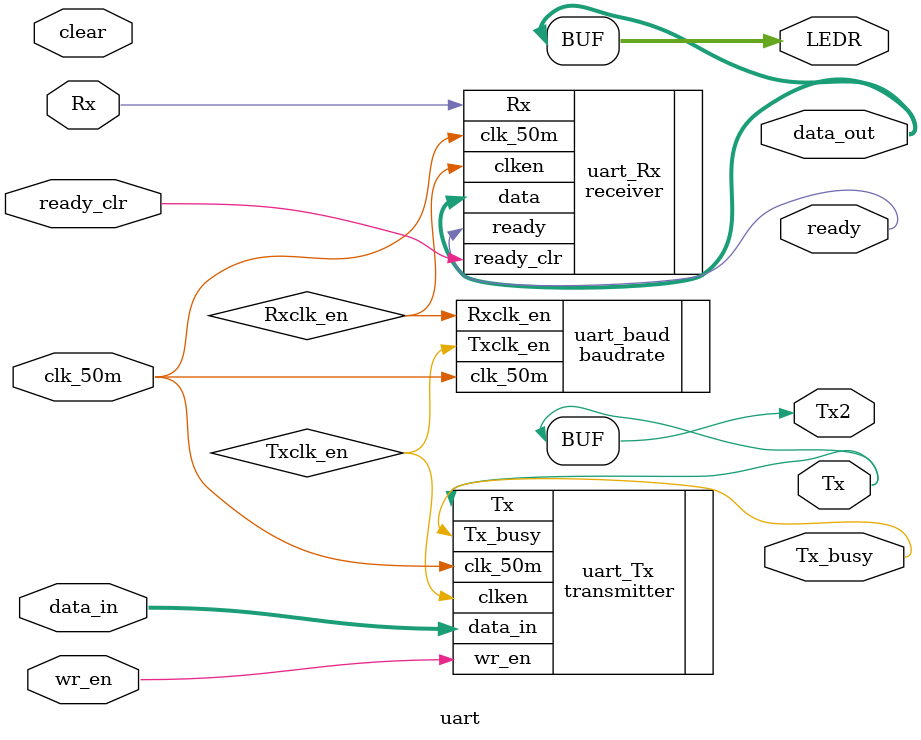
<source format=sv>
module uart(
	input wire [7:0] data_in,       // Input data to be transmitted
	input wire wr_en,               // Write enable signal
	input wire clear,               // Clear signal
	input wire clk_50m,             // Clock signal with frequency of 50 MHz
	output wire Tx,                 // Output wire for UART transmitter signal
	output wire Tx_busy,            // Output wire indicating UART transmitter status
	input wire Rx,                  // Input wire for UART receiver signal
	output wire ready,              // Output wire indicating readiness for data transmission
	input wire ready_clr,           // Input wire to clear ready signal
	output wire [7:0] data_out,     // Output wire for received data
	output [7:0] LEDR,              // Output wire for controlling LEDs
	output wire Tx2                // Output wire for secondary UART transmitter signal
);

//reg[7:0]data_in = 8'b01100010;   // Commented out, as this line is currently unused

assign LEDR = data_out;            // Connect data_out to LEDR output
assign Tx2 = Tx;                   // Connect Tx to Tx2 output

wire Txclk_en, Rxclk_en;           // Declare internal wires for clock enable signals

baudrate uart_baud(                 // Instantiate baud rate module
	.clk_50m(clk_50m),             // Connect clk_50m input to baud rate module
	.Rxclk_en(Rxclk_en),           // Connect Rxclk_en output to internal wire
	.Txclk_en(Txclk_en)            // Connect Txclk_en output to internal wire
);

transmitter uart_Tx(                // Instantiate UART transmitter module
	.data_in(data_in),             // Connect data_in input to transmitter module
	.wr_en(wr_en),                 // Connect wr_en input to transmitter module
	.clk_50m(clk_50m),             // Connect clk_50m input to transmitter module
	.clken(Txclk_en),              // Connect Txclk_en internal wire to transmitter module
	.Tx(Tx),                        // Connect Tx output to transmitter module
	.Tx_busy(Tx_busy)              // Connect Tx_busy output to transmitter module
);

receiver uart_Rx(                   // Instantiate UART receiver module
	.Rx(Rx),                        // Connect Rx input to receiver module
	.ready(ready),                  // Connect ready output to receiver module
	.ready_clr(ready_clr),         // Connect ready_clr input to receiver module
	.clk_50m(clk_50m),              // Connect clk_50m input to receiver module
	.clken(Rxclk_en),               // Connect Rxclk_en internal wire to receiver module
	.data(data_out)                 // Connect data_out output to receiver module
);

endmodule

</source>
